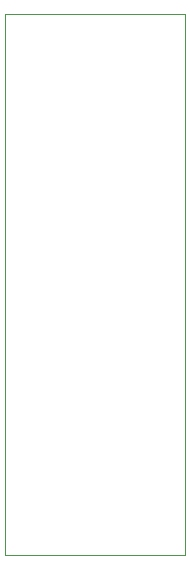
<source format=gbr>
%TF.GenerationSoftware,KiCad,Pcbnew,9.0.2*%
%TF.CreationDate,2025-10-14T11:54:41+02:00*%
%TF.ProjectId,nA_current_shunt_monitor_gum,6e415f63-7572-4726-956e-745f7368756e,rev?*%
%TF.SameCoordinates,Original*%
%TF.FileFunction,Profile,NP*%
%FSLAX46Y46*%
G04 Gerber Fmt 4.6, Leading zero omitted, Abs format (unit mm)*
G04 Created by KiCad (PCBNEW 9.0.2) date 2025-10-14 11:54:41*
%MOMM*%
%LPD*%
G01*
G04 APERTURE LIST*
%TA.AperFunction,Profile*%
%ADD10C,0.100000*%
%TD*%
G04 APERTURE END LIST*
D10*
X137290000Y-84580000D02*
X137300000Y-66725000D01*
X137300000Y-66725000D02*
X122050000Y-66725000D01*
X122050000Y-84580000D02*
X122050000Y-66725000D01*
%TO.C,CG1*%
X122050000Y-84580000D02*
X122050000Y-112520000D01*
X122050000Y-112520000D02*
X137290000Y-112520000D01*
X137290000Y-112520000D02*
X137290000Y-84580000D01*
%TD*%
M02*

</source>
